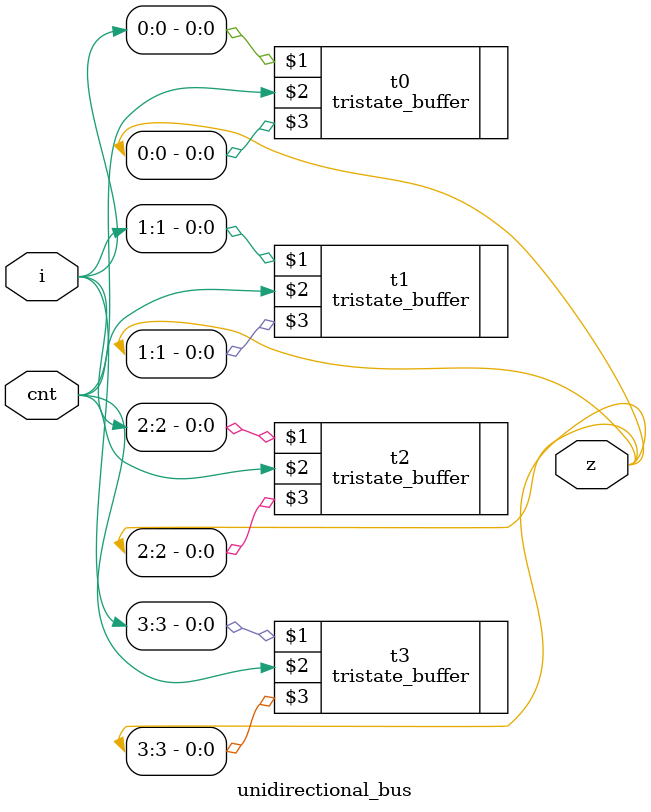
<source format=v>
`timescale 1ns / 1ps

module unidirectional_bus(i, cnt, z );

input [3:0] i;
input cnt;
output [3:0] z;

tristate_buffer t0(i[0], cnt, z[0]), t1(i[1], cnt, z[1]), t2(i[2], cnt, z[2]), t3(i[3], cnt, z[3]);

endmodule

</source>
